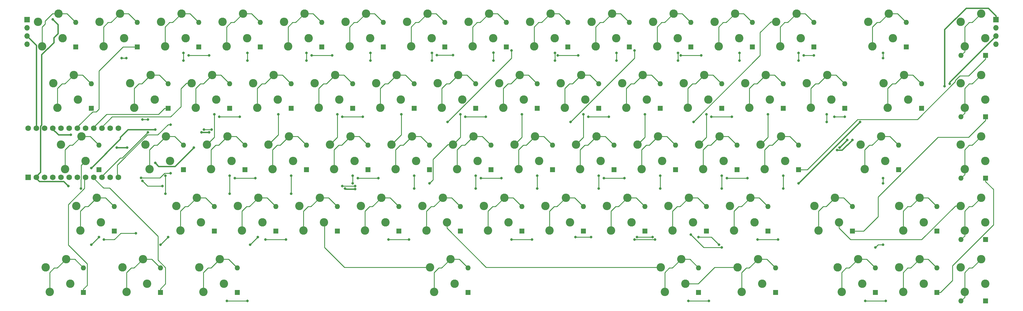
<source format=gbr>
G04 #@! TF.GenerationSoftware,KiCad,Pcbnew,(5.1.4)-1*
G04 #@! TF.CreationDate,2021-01-04T02:31:07-06:00*
G04 #@! TF.ProjectId,65Numpad,36354e75-6d70-4616-942e-6b696361645f,rev?*
G04 #@! TF.SameCoordinates,Original*
G04 #@! TF.FileFunction,Copper,L2,Bot*
G04 #@! TF.FilePolarity,Positive*
%FSLAX46Y46*%
G04 Gerber Fmt 4.6, Leading zero omitted, Abs format (unit mm)*
G04 Created by KiCad (PCBNEW (5.1.4)-1) date 2021-01-04 02:31:07*
%MOMM*%
%LPD*%
G04 APERTURE LIST*
%ADD10C,2.600000*%
%ADD11R,1.700000X1.700000*%
%ADD12O,1.700000X1.700000*%
%ADD13R,1.600000X1.600000*%
%ADD14O,1.600000X1.600000*%
%ADD15C,1.752600*%
%ADD16R,1.752600X1.752600*%
%ADD17C,0.800000*%
%ADD18C,0.254000*%
%ADD19C,0.381000*%
G04 APERTURE END LIST*
D10*
X54133750Y-94297500D03*
X60483750Y-91757500D03*
X61753750Y-99377500D03*
X55403750Y-101917500D03*
D11*
X-1587500Y-55562500D03*
D12*
X-1587500Y-58102500D03*
X-1587500Y-60642500D03*
X-1587500Y-63182500D03*
D10*
X20796250Y-56197500D03*
X27146250Y-53657500D03*
X28416250Y-61277500D03*
X22066250Y-63817500D03*
X225583750Y-94297500D03*
X231933750Y-91757500D03*
X233203750Y-99377500D03*
X226853750Y-101917500D03*
X120808750Y-113347500D03*
X127158750Y-110807500D03*
X128428750Y-118427500D03*
X122078750Y-120967500D03*
X216058750Y-113347500D03*
X222408750Y-110807500D03*
X223678750Y-118427500D03*
X217328750Y-120967500D03*
X187483750Y-94297500D03*
X193833750Y-91757500D03*
X195103750Y-99377500D03*
X188753750Y-101917500D03*
X111283750Y-94297500D03*
X117633750Y-91757500D03*
X118903750Y-99377500D03*
X112553750Y-101917500D03*
X4127500Y-132397500D03*
X10477500Y-129857500D03*
X5397500Y-140017500D03*
X11747500Y-137477500D03*
X20002500Y-110807500D03*
X13652500Y-113347500D03*
X14922500Y-120967500D03*
X21272500Y-118427500D03*
X82708750Y-113347500D03*
X89058750Y-110807500D03*
X90328750Y-118427500D03*
X83978750Y-120967500D03*
X242252500Y-113347500D03*
X248602500Y-110807500D03*
X243522500Y-120967500D03*
X249872500Y-118427500D03*
X139858750Y-113347500D03*
X146208750Y-110807500D03*
X147478750Y-118427500D03*
X141128750Y-120967500D03*
X239871250Y-75247500D03*
X246221250Y-72707500D03*
X247491250Y-80327500D03*
X241141250Y-82867500D03*
X49371250Y-75247500D03*
X55721250Y-72707500D03*
X56991250Y-80327500D03*
X50641250Y-82867500D03*
X6508750Y-75247500D03*
X12858750Y-72707500D03*
X7778750Y-82867500D03*
X14128750Y-80327500D03*
X154146250Y-56197500D03*
X160496250Y-53657500D03*
X161766250Y-61277500D03*
X155416250Y-63817500D03*
X192246250Y-56197500D03*
X198596250Y-53657500D03*
X199866250Y-61277500D03*
X193516250Y-63817500D03*
X44608750Y-113347500D03*
X50958750Y-110807500D03*
X52228750Y-118427500D03*
X45878750Y-120967500D03*
X125571250Y-75247500D03*
X131921250Y-72707500D03*
X133191250Y-80327500D03*
X126841250Y-82867500D03*
X63658750Y-113347500D03*
X70008750Y-110807500D03*
X71278750Y-118427500D03*
X64928750Y-120967500D03*
X27940000Y-132397500D03*
X34290000Y-129857500D03*
X29210000Y-140017500D03*
X35560000Y-137477500D03*
X101758750Y-113347500D03*
X108108750Y-110807500D03*
X109378750Y-118427500D03*
X103028750Y-120967500D03*
X268446250Y-113347500D03*
X274796250Y-110807500D03*
X276066250Y-118427500D03*
X269716250Y-120967500D03*
X144621250Y-75247500D03*
X150971250Y-72707500D03*
X152241250Y-80327500D03*
X145891250Y-82867500D03*
X39846250Y-56197500D03*
X46196250Y-53657500D03*
X47466250Y-61277500D03*
X41116250Y-63817500D03*
X58896250Y-56197500D03*
X65246250Y-53657500D03*
X66516250Y-61277500D03*
X60166250Y-63817500D03*
X106521250Y-75247500D03*
X112871250Y-72707500D03*
X114141250Y-80327500D03*
X107791250Y-82867500D03*
X123190000Y-132397500D03*
X129540000Y-129857500D03*
X124460000Y-140017500D03*
X130810000Y-137477500D03*
X116046250Y-56197500D03*
X122396250Y-53657500D03*
X123666250Y-61277500D03*
X117316250Y-63817500D03*
X135096250Y-56197500D03*
X141446250Y-53657500D03*
X142716250Y-61277500D03*
X136366250Y-63817500D03*
X206533750Y-94297500D03*
X212883750Y-91757500D03*
X214153750Y-99377500D03*
X207803750Y-101917500D03*
X287496250Y-132397500D03*
X293846250Y-129857500D03*
X295116250Y-137477500D03*
X288766250Y-140017500D03*
X87471250Y-75247500D03*
X93821250Y-72707500D03*
X95091250Y-80327500D03*
X88741250Y-82867500D03*
X30321250Y-75247500D03*
X36671250Y-72707500D03*
X37941250Y-80327500D03*
X31591250Y-82867500D03*
X287496250Y-94297500D03*
X293846250Y-91757500D03*
X295116250Y-99377500D03*
X288766250Y-101917500D03*
X287496250Y-113347500D03*
X293846250Y-110807500D03*
X295116250Y-118427500D03*
X288766250Y-120967500D03*
X197008750Y-113347500D03*
X203358750Y-110807500D03*
X204628750Y-118427500D03*
X198278750Y-120967500D03*
X201771250Y-75247500D03*
X208121250Y-72707500D03*
X209391250Y-80327500D03*
X203041250Y-82867500D03*
X182721250Y-75247500D03*
X189071250Y-72707500D03*
X190341250Y-80327500D03*
X183991250Y-82867500D03*
X173196250Y-56197500D03*
X179546250Y-53657500D03*
X180816250Y-61277500D03*
X174466250Y-63817500D03*
X211296250Y-56197500D03*
X217646250Y-53657500D03*
X218916250Y-61277500D03*
X212566250Y-63817500D03*
X158908750Y-113347500D03*
X165258750Y-110807500D03*
X166528750Y-118427500D03*
X160178750Y-120967500D03*
X249396250Y-132397500D03*
X255746250Y-129857500D03*
X257016250Y-137477500D03*
X250666250Y-140017500D03*
X220821250Y-75247500D03*
X227171250Y-72707500D03*
X228441250Y-80327500D03*
X222091250Y-82867500D03*
X168433750Y-94297500D03*
X174783750Y-91757500D03*
X176053750Y-99377500D03*
X169703750Y-101917500D03*
X149383750Y-94297500D03*
X155733750Y-91757500D03*
X157003750Y-99377500D03*
X150653750Y-101917500D03*
X163671250Y-75247500D03*
X170021250Y-72707500D03*
X171291250Y-80327500D03*
X164941250Y-82867500D03*
X287496250Y-75247500D03*
X293846250Y-72707500D03*
X295116250Y-80327500D03*
X288766250Y-82867500D03*
X130333750Y-94297500D03*
X136683750Y-91757500D03*
X137953750Y-99377500D03*
X131603750Y-101917500D03*
X77946250Y-56197500D03*
X84296250Y-53657500D03*
X85566250Y-61277500D03*
X79216250Y-63817500D03*
X218440000Y-132397500D03*
X224790000Y-129857500D03*
X219710000Y-140017500D03*
X226060000Y-137477500D03*
X96996250Y-56197500D03*
X103346250Y-53657500D03*
X104616250Y-61277500D03*
X98266250Y-63817500D03*
X92233750Y-94297500D03*
X98583750Y-91757500D03*
X99853750Y-99377500D03*
X93503750Y-101917500D03*
X1746250Y-56197500D03*
X8096250Y-53657500D03*
X9366250Y-61277500D03*
X3016250Y-63817500D03*
X230346250Y-56197500D03*
X236696250Y-53657500D03*
X237966250Y-61277500D03*
X231616250Y-63817500D03*
X262890000Y-91757500D03*
X256540000Y-94297500D03*
X257810000Y-101917500D03*
X264160000Y-99377500D03*
X68421250Y-75247500D03*
X74771250Y-72707500D03*
X76041250Y-80327500D03*
X69691250Y-82867500D03*
X268446250Y-132397500D03*
X274796250Y-129857500D03*
X276066250Y-137477500D03*
X269716250Y-140017500D03*
X287496250Y-56197500D03*
X293846250Y-53657500D03*
X295116250Y-61277500D03*
X288766250Y-63817500D03*
X73183750Y-94297500D03*
X79533750Y-91757500D03*
X80803750Y-99377500D03*
X74453750Y-101917500D03*
X177958750Y-113347500D03*
X184308750Y-110807500D03*
X185578750Y-118427500D03*
X179228750Y-120967500D03*
X8890000Y-94297500D03*
X15240000Y-91757500D03*
X10160000Y-101917500D03*
X16510000Y-99377500D03*
X258921250Y-56197500D03*
X265271250Y-53657500D03*
X260191250Y-63817500D03*
X266541250Y-61277500D03*
X263683750Y-75247500D03*
X270033750Y-72707500D03*
X264953750Y-82867500D03*
X271303750Y-80327500D03*
X194627500Y-132397500D03*
X200977500Y-129857500D03*
X195897500Y-140017500D03*
X202247500Y-137477500D03*
X51752500Y-132397500D03*
X58102500Y-129857500D03*
X53022500Y-140017500D03*
X59372500Y-137477500D03*
X35083750Y-94297500D03*
X41433750Y-91757500D03*
X42703750Y-99377500D03*
X36353750Y-101917500D03*
D13*
X295275000Y-123825000D03*
D14*
X287655000Y-123825000D03*
D13*
X295275000Y-104775000D03*
D14*
X287655000Y-104775000D03*
D13*
X295275000Y-142875000D03*
D14*
X287655000Y-142875000D03*
D13*
X280193750Y-140176250D03*
D14*
X280193750Y-132556250D03*
D13*
X261143750Y-140176250D03*
D14*
X261143750Y-132556250D03*
D13*
X230187500Y-140176250D03*
D14*
X230187500Y-132556250D03*
D13*
X206375000Y-140176250D03*
D14*
X206375000Y-132556250D03*
D13*
X134937500Y-140176250D03*
D14*
X134937500Y-132556250D03*
D13*
X63500000Y-140176250D03*
D14*
X63500000Y-132556250D03*
D13*
X39687500Y-140176250D03*
D14*
X39687500Y-132556250D03*
D13*
X15875000Y-140176250D03*
D14*
X15875000Y-132556250D03*
D13*
X295275000Y-85725000D03*
D14*
X287655000Y-85725000D03*
D13*
X280193750Y-121126250D03*
D14*
X280193750Y-113506250D03*
D13*
X254000000Y-121126250D03*
D14*
X254000000Y-113506250D03*
D13*
X227806250Y-121126250D03*
D14*
X227806250Y-113506250D03*
D13*
X208756250Y-121126250D03*
D14*
X208756250Y-113506250D03*
D13*
X189706250Y-121126250D03*
D14*
X189706250Y-113506250D03*
D13*
X170656250Y-121126250D03*
D14*
X170656250Y-113506250D03*
D13*
X151606250Y-121126250D03*
D14*
X151606250Y-113506250D03*
D13*
X132556250Y-121126250D03*
D14*
X132556250Y-113506250D03*
D13*
X113506250Y-121126250D03*
D14*
X113506250Y-113506250D03*
D13*
X94456250Y-121126250D03*
D14*
X94456250Y-113506250D03*
D13*
X75406250Y-121126250D03*
D14*
X75406250Y-113506250D03*
D13*
X56356250Y-121126250D03*
D14*
X56356250Y-113506250D03*
D13*
X25400000Y-121126250D03*
D14*
X25400000Y-113506250D03*
D13*
X295275000Y-66675000D03*
D14*
X287655000Y-66675000D03*
D13*
X268287500Y-102076250D03*
D14*
X268287500Y-94456250D03*
D13*
X237331250Y-102076250D03*
D14*
X237331250Y-94456250D03*
D13*
X218281250Y-102076250D03*
D14*
X218281250Y-94456250D03*
D13*
X199231250Y-102076250D03*
D14*
X199231250Y-94456250D03*
D13*
X180181250Y-102076250D03*
D14*
X180181250Y-94456250D03*
D13*
X161131250Y-102076250D03*
D14*
X161131250Y-94456250D03*
D13*
X142081250Y-102076250D03*
D14*
X142081250Y-94456250D03*
D13*
X123031250Y-102076250D03*
D14*
X123031250Y-94456250D03*
D13*
X103981250Y-102076250D03*
D14*
X103981250Y-94456250D03*
D13*
X84931250Y-102076250D03*
D14*
X84931250Y-94456250D03*
D13*
X65881250Y-102076250D03*
D14*
X65881250Y-94456250D03*
D13*
X46831250Y-102076250D03*
D14*
X46831250Y-94456250D03*
D13*
X20637500Y-102076250D03*
D14*
X20637500Y-94456250D03*
D13*
X275431250Y-83026250D03*
D14*
X275431250Y-75406250D03*
D13*
X251618750Y-83026250D03*
D14*
X251618750Y-75406250D03*
D13*
X232568750Y-83026250D03*
D14*
X232568750Y-75406250D03*
D13*
X213518750Y-83026250D03*
D14*
X213518750Y-75406250D03*
D13*
X194468750Y-83026250D03*
D14*
X194468750Y-75406250D03*
D13*
X175418750Y-83026250D03*
D14*
X175418750Y-75406250D03*
D13*
X156368750Y-83026250D03*
D14*
X156368750Y-75406250D03*
D13*
X137318750Y-83026250D03*
D14*
X137318750Y-75406250D03*
D13*
X118268750Y-83026250D03*
D14*
X118268750Y-75406250D03*
D13*
X99218750Y-83026250D03*
D14*
X99218750Y-75406250D03*
D13*
X80168750Y-83026250D03*
D14*
X80168750Y-75406250D03*
D13*
X61118750Y-83026250D03*
D14*
X61118750Y-75406250D03*
D13*
X42068750Y-83026250D03*
D14*
X42068750Y-75406250D03*
D13*
X18256250Y-83026250D03*
D14*
X18256250Y-75406250D03*
D13*
X270668750Y-63976250D03*
D14*
X270668750Y-56356250D03*
D13*
X242093750Y-63976250D03*
D14*
X242093750Y-56356250D03*
D13*
X223043750Y-63976250D03*
D14*
X223043750Y-56356250D03*
D13*
X203993750Y-63976250D03*
D14*
X203993750Y-56356250D03*
D13*
X184943750Y-63976250D03*
D14*
X184943750Y-56356250D03*
D13*
X165893750Y-63976250D03*
D14*
X165893750Y-56356250D03*
D13*
X146843750Y-63976250D03*
D14*
X146843750Y-56356250D03*
D13*
X127793750Y-63976250D03*
D14*
X127793750Y-56356250D03*
D13*
X108743750Y-63976250D03*
D14*
X108743750Y-56356250D03*
D13*
X89693750Y-63976250D03*
D14*
X89693750Y-56356250D03*
D13*
X70643750Y-63976250D03*
D14*
X70643750Y-56356250D03*
D13*
X51593750Y-63976250D03*
D14*
X51593750Y-56356250D03*
D13*
X32543750Y-63976250D03*
D14*
X32543750Y-56356250D03*
D13*
X13493750Y-63976250D03*
D14*
X13493750Y-56356250D03*
D15*
X-1270000Y-89217500D03*
X26670000Y-104457500D03*
X1270000Y-89217500D03*
X3810000Y-89217500D03*
X6350000Y-89217500D03*
X8890000Y-89217500D03*
X11430000Y-89217500D03*
X13970000Y-89217500D03*
X16510000Y-89217500D03*
X19050000Y-89217500D03*
X21590000Y-89217500D03*
X24130000Y-89217500D03*
X26670000Y-89217500D03*
X24130000Y-104457500D03*
X21590000Y-104457500D03*
X19050000Y-104457500D03*
X16510000Y-104457500D03*
X13970000Y-104457500D03*
X11430000Y-104457500D03*
X8890000Y-104457500D03*
X6350000Y-104457500D03*
X3810000Y-104457500D03*
X1270000Y-104457500D03*
D16*
X-1270000Y-104457500D03*
D11*
X298450000Y-55562500D03*
D12*
X298450000Y-58102500D03*
X298450000Y-60642500D03*
X298450000Y-63182500D03*
D17*
X41275000Y-103981250D03*
X20637500Y-123031250D03*
X18256250Y-125412500D03*
X42068750Y-123031250D03*
X39687500Y-125412500D03*
X41275000Y-109537500D03*
X15081250Y-107950000D03*
X46831250Y-68262500D03*
X46831250Y-65881250D03*
X76200000Y-84931250D03*
X66675000Y-65881250D03*
X66675000Y-68262500D03*
X56356250Y-84931250D03*
X61118750Y-103981250D03*
X80168750Y-103981250D03*
X69850000Y-123031250D03*
X67468750Y-125412500D03*
X80168750Y-109537500D03*
X61118750Y-109537500D03*
X94456250Y-84931250D03*
X84931250Y-65881250D03*
X84931250Y-68262500D03*
X104775000Y-65881250D03*
X104775000Y-68262500D03*
X114300000Y-84931250D03*
X99218750Y-106362500D03*
X99218750Y-103981250D03*
X118268750Y-103981250D03*
X118268750Y-107950000D03*
X200025000Y-65881250D03*
X200025000Y-68262500D03*
X219075000Y-68262500D03*
X219075000Y-65881250D03*
X208756250Y-84931250D03*
X227806250Y-84931250D03*
X213518750Y-103981250D03*
X232568750Y-103981250D03*
X186531250Y-65087500D03*
X166687500Y-87312500D03*
X42862500Y-103187500D03*
X33725728Y-104654663D03*
X232568750Y-107950000D03*
X213518750Y-107950000D03*
X237331250Y-68262500D03*
X237331250Y-65881250D03*
X263525000Y-65881250D03*
X263525000Y-67468750D03*
X246062500Y-87312500D03*
X246062500Y-84931250D03*
X263525000Y-106362500D03*
X263525000Y-104775000D03*
X42862500Y-88106250D03*
X204787500Y-87312500D03*
X55562500Y-89693750D03*
X53181250Y-89693750D03*
X161925000Y-65881250D03*
X161925000Y-68262500D03*
X180975000Y-65881250D03*
X180975000Y-68262500D03*
X170656250Y-84931250D03*
X189706250Y-84931250D03*
X175418750Y-103981250D03*
X194468750Y-103981250D03*
X263525000Y-125412500D03*
X261143750Y-126206250D03*
X213518750Y-126206250D03*
X203993750Y-122237500D03*
X148431250Y-65087500D03*
X128587500Y-87312500D03*
X35810750Y-90487500D03*
X194468750Y-107950000D03*
X175418750Y-107950000D03*
X123825000Y-65881250D03*
X123825000Y-68262500D03*
X142875000Y-65802183D03*
X142875000Y-68262500D03*
X132556250Y-84931250D03*
X151606250Y-84931250D03*
X137318750Y-103981250D03*
X156368750Y-103981250D03*
X34131250Y-105568750D03*
X40274997Y-107156250D03*
X123031250Y-106362500D03*
X100012500Y-107156250D03*
X96043750Y-107156250D03*
X212725000Y-125412500D03*
X206375000Y-123031250D03*
X192087500Y-123031250D03*
X187325000Y-123031250D03*
X173037500Y-123031250D03*
X168275000Y-123031250D03*
X156368750Y-107950000D03*
X137318750Y-107950000D03*
X256381250Y-87312500D03*
X237331250Y-106362500D03*
X100012500Y-108156253D03*
X96837500Y-107950000D03*
X11204500Y-107156250D03*
X6350000Y-55470500D03*
X282575000Y-76200000D03*
X252412500Y-92868750D03*
X250031250Y-95250000D03*
X54768750Y-90487500D03*
X52387500Y-90487500D03*
X38100000Y-89693750D03*
X18256250Y-101600000D03*
X284162500Y-75406250D03*
X254000000Y-92868750D03*
X249237500Y-96043750D03*
X50006250Y-95250000D03*
X38100000Y-100012500D03*
X29368750Y-95250000D03*
X26193750Y-95250000D03*
X11906250Y-91281250D03*
X60325000Y-142875000D03*
X66675000Y-142875000D03*
X203200000Y-142875000D03*
X209550000Y-142875000D03*
X257968750Y-142875000D03*
X264318750Y-142875000D03*
X22225000Y-123825000D03*
X72231250Y-123825000D03*
X78581250Y-123825000D03*
X110331250Y-123825000D03*
X116681250Y-123825000D03*
X148431250Y-123825000D03*
X154781250Y-123825000D03*
X186531250Y-123825000D03*
X192881250Y-123825000D03*
X224631250Y-123825000D03*
X230981250Y-123825000D03*
X32127849Y-121821599D03*
X62706250Y-104775000D03*
X69056250Y-104775000D03*
X100806250Y-104775000D03*
X107156250Y-104775000D03*
X138906250Y-104775000D03*
X145256250Y-104775000D03*
X177006250Y-104775000D03*
X183356250Y-104775000D03*
X215106250Y-104775000D03*
X221456250Y-104775000D03*
X57943750Y-85725000D03*
X64293750Y-85725000D03*
X96043750Y-85725000D03*
X102393750Y-85725000D03*
X134143750Y-85725000D03*
X140493750Y-85725000D03*
X172243750Y-85725000D03*
X178593750Y-85725000D03*
X210343750Y-85725000D03*
X216693750Y-85725000D03*
X248443750Y-85725000D03*
X251618750Y-85725000D03*
X35810750Y-86518750D03*
X34131250Y-86518750D03*
X48418750Y-66675000D03*
X54768750Y-66675000D03*
X125295308Y-66557808D03*
X130320817Y-66529183D03*
X86518750Y-66675000D03*
X92868750Y-66675000D03*
X162718750Y-66675000D03*
X169068750Y-66675000D03*
X200818750Y-66675000D03*
X207168750Y-66675000D03*
X238918750Y-66675000D03*
X242093750Y-66675000D03*
X27689250Y-67468750D03*
X29143250Y-67468750D03*
D18*
X44132500Y-91757500D02*
X46831250Y-94456250D01*
X41433750Y-91757500D02*
X44132500Y-91757500D01*
X36353750Y-100079023D02*
X36353750Y-101917500D01*
X36353750Y-95933538D02*
X36353750Y-100079023D01*
X37776789Y-94510499D02*
X36353750Y-95933538D01*
X38680751Y-94510499D02*
X37776789Y-94510499D01*
X41433750Y-91757500D02*
X38680751Y-94510499D01*
X41275000Y-106362500D02*
X41275000Y-103981250D01*
X20637500Y-123031250D02*
X18256250Y-125412500D01*
X42068750Y-123031250D02*
X39687500Y-125412500D01*
X41275000Y-106362500D02*
X41275000Y-107156250D01*
X41275000Y-107156250D02*
X41275000Y-107950000D01*
X41275000Y-107950000D02*
X41275000Y-109537500D01*
X15210001Y-100677499D02*
X16510000Y-99377500D01*
X15173301Y-100714199D02*
X15210001Y-100677499D01*
X15173301Y-105035085D02*
X15173301Y-100714199D01*
X15081250Y-105127136D02*
X15173301Y-105035085D01*
X15081250Y-107950000D02*
X15081250Y-105127136D01*
X60801250Y-129857500D02*
X63500000Y-132556250D01*
X58102500Y-129857500D02*
X60801250Y-129857500D01*
X53022500Y-138179023D02*
X53022500Y-140017500D01*
X53022500Y-134042566D02*
X53022500Y-138179023D01*
X54448467Y-132616599D02*
X53022500Y-134042566D01*
X55343401Y-132616599D02*
X54448467Y-132616599D01*
X58102500Y-129857500D02*
X55343401Y-132616599D01*
X46831250Y-68262500D02*
X46831250Y-65881250D01*
X66675000Y-65881250D02*
X66675000Y-68262500D01*
X61118750Y-106362500D02*
X61118750Y-103981250D01*
X80168750Y-106362500D02*
X80168750Y-103981250D01*
X47780260Y-75247500D02*
X49371250Y-75247500D01*
X25400000Y-85725000D02*
X42862500Y-85725000D01*
X42862500Y-85725000D02*
X46037500Y-82550000D01*
X46037500Y-82550000D02*
X46037500Y-76990260D01*
X46037500Y-76990260D02*
X47780260Y-75247500D01*
X69850000Y-123031250D02*
X67468750Y-125412500D01*
X80168750Y-107156250D02*
X80168750Y-106362500D01*
X61118750Y-106362500D02*
X61118750Y-107156250D01*
X80168750Y-107156250D02*
X80168750Y-107950000D01*
X61118750Y-107156250D02*
X61118750Y-107950000D01*
X80168750Y-107950000D02*
X80168750Y-109537500D01*
X61118750Y-107950000D02*
X61118750Y-109537500D01*
X24765000Y-85725000D02*
X21272500Y-89217500D01*
X25400000Y-85725000D02*
X24765000Y-85725000D01*
X90487500Y-118586250D02*
X90328750Y-118427500D01*
X90487500Y-126206250D02*
X90487500Y-118586250D01*
X123190000Y-132397500D02*
X96678750Y-132397500D01*
X96678750Y-132397500D02*
X90487500Y-126206250D01*
X76200000Y-91281250D02*
X73183750Y-94297500D01*
X76200000Y-84931250D02*
X76200000Y-91281250D01*
X56356250Y-92075000D02*
X54133750Y-94297500D01*
X56356250Y-84931250D02*
X56356250Y-92075000D01*
X203676250Y-129857500D02*
X206375000Y-132556250D01*
X200977500Y-129857500D02*
X203676250Y-129857500D01*
X195897500Y-138179023D02*
X195897500Y-140017500D01*
X195897500Y-134042566D02*
X195897500Y-138179023D01*
X197323467Y-132616599D02*
X195897500Y-134042566D01*
X198218401Y-132616599D02*
X197323467Y-132616599D01*
X200977500Y-129857500D02*
X198218401Y-132616599D01*
X84931250Y-65881250D02*
X84931250Y-68262500D01*
X104775000Y-65881250D02*
X104775000Y-68262500D01*
X114300000Y-87312500D02*
X114300000Y-84931250D01*
X99218750Y-106362500D02*
X99218750Y-103981250D01*
X118268750Y-106362500D02*
X118268750Y-103981250D01*
X118268750Y-106362500D02*
X118268750Y-107156250D01*
X114300000Y-88106250D02*
X114300000Y-87312500D01*
X114300000Y-88106250D02*
X114300000Y-88900000D01*
X118268750Y-107156250D02*
X118268750Y-107950000D01*
X114300000Y-88900000D02*
X114300000Y-91281250D01*
X202247500Y-137477500D02*
X206216250Y-137477500D01*
X211296250Y-132397500D02*
X218440000Y-132397500D01*
X206216250Y-137477500D02*
X211296250Y-132397500D01*
X194627500Y-132397500D02*
X148590000Y-132397500D01*
X140560273Y-132397500D02*
X148590000Y-132397500D01*
X128428750Y-120265977D02*
X140560273Y-132397500D01*
X128428750Y-118427500D02*
X128428750Y-120265977D01*
X114300000Y-91281250D02*
X111283750Y-94297500D01*
X94456250Y-92075000D02*
X92233750Y-94297500D01*
X94456250Y-84931250D02*
X94456250Y-92075000D01*
X234632500Y-91757500D02*
X237331250Y-94456250D01*
X231933750Y-91757500D02*
X234632500Y-91757500D01*
X226853750Y-100079023D02*
X226853750Y-101917500D01*
X226853750Y-95933538D02*
X226853750Y-100079023D01*
X228276789Y-94510499D02*
X226853750Y-95933538D01*
X229180751Y-94510499D02*
X228276789Y-94510499D01*
X231933750Y-91757500D02*
X229180751Y-94510499D01*
X200025000Y-65881250D02*
X200025000Y-68262500D01*
X219075000Y-68262500D02*
X219075000Y-65881250D01*
X227806250Y-87312500D02*
X227806250Y-84931250D01*
X213518750Y-106362500D02*
X213518750Y-103981250D01*
X232568750Y-106362500D02*
X232568750Y-103981250D01*
X285905260Y-113347500D02*
X275427760Y-123825000D01*
X287496250Y-113347500D02*
X285905260Y-113347500D01*
X249872500Y-120265977D02*
X249872500Y-118427500D01*
X253431523Y-123825000D02*
X249872500Y-120265977D01*
X275427760Y-123825000D02*
X253431523Y-123825000D01*
X186531250Y-65087500D02*
X186531250Y-67468750D01*
X186531250Y-67468750D02*
X166687500Y-87312500D01*
X39525625Y-104654663D02*
X33725728Y-104654663D01*
X42862500Y-103187500D02*
X40992788Y-103187500D01*
X40992788Y-103187500D02*
X39525625Y-104654663D01*
X232568750Y-106362500D02*
X232568750Y-107156250D01*
X232568750Y-107156250D02*
X232568750Y-107950000D01*
X213518750Y-106362500D02*
X213518750Y-107950000D01*
X227806250Y-87312500D02*
X227806250Y-88900000D01*
X208756250Y-92075000D02*
X206533750Y-94297500D01*
X208756250Y-84931250D02*
X208756250Y-92075000D01*
X227806250Y-92075000D02*
X225583750Y-94297500D01*
X227806250Y-88900000D02*
X227806250Y-92075000D01*
X129857500Y-110807500D02*
X132556250Y-113506250D01*
X127158750Y-110807500D02*
X129857500Y-110807500D01*
X122078750Y-119129023D02*
X122078750Y-120967500D01*
X122078750Y-114983538D02*
X122078750Y-119129023D01*
X123501789Y-113560499D02*
X122078750Y-114983538D01*
X124405751Y-113560499D02*
X123501789Y-113560499D01*
X127158750Y-110807500D02*
X124405751Y-113560499D01*
X272732500Y-72707500D02*
X275431250Y-75406250D01*
X270033750Y-72707500D02*
X272732500Y-72707500D01*
X264953750Y-81029023D02*
X264953750Y-82867500D01*
X264953750Y-76892566D02*
X264953750Y-81029023D01*
X266379717Y-75466599D02*
X264953750Y-76892566D01*
X267274651Y-75466599D02*
X266379717Y-75466599D01*
X270033750Y-72707500D02*
X267274651Y-75466599D01*
X237331250Y-68262500D02*
X237331250Y-65881250D01*
X263525000Y-65881250D02*
X263525000Y-67468750D01*
X246062500Y-87312500D02*
X246062500Y-84931250D01*
X263525000Y-106362500D02*
X263525000Y-104775000D01*
X228755260Y-56197500D02*
X230346250Y-56197500D01*
X225425000Y-59527760D02*
X228755260Y-56197500D01*
X225425000Y-66675000D02*
X225425000Y-59527760D01*
X204787500Y-87312500D02*
X225425000Y-66675000D01*
X55562500Y-89693750D02*
X53181250Y-89693750D01*
X42862500Y-88106250D02*
X42068750Y-88106250D01*
X42068750Y-88106250D02*
X38871509Y-91303491D01*
X26352500Y-100647500D02*
X26352500Y-104457500D01*
X38871509Y-91303491D02*
X35669797Y-91303491D01*
X35669797Y-91303491D02*
X28025212Y-98948076D01*
X28025212Y-98948076D02*
X28025212Y-98974788D01*
X28025212Y-98974788D02*
X26352500Y-100647500D01*
X267970000Y-53657500D02*
X270668750Y-56356250D01*
X265271250Y-53657500D02*
X267970000Y-53657500D01*
X260191250Y-61979023D02*
X260191250Y-63817500D01*
X260191250Y-57842566D02*
X260191250Y-61979023D01*
X261617217Y-56416599D02*
X260191250Y-57842566D01*
X262512151Y-56416599D02*
X261617217Y-56416599D01*
X265271250Y-53657500D02*
X262512151Y-56416599D01*
X91757500Y-110807500D02*
X94456250Y-113506250D01*
X89058750Y-110807500D02*
X91757500Y-110807500D01*
X83978750Y-119129023D02*
X83978750Y-120967500D01*
X83978750Y-114983538D02*
X83978750Y-119129023D01*
X85401789Y-113560499D02*
X83978750Y-114983538D01*
X86305751Y-113560499D02*
X85401789Y-113560499D01*
X89058750Y-110807500D02*
X86305751Y-113560499D01*
X17938750Y-91757500D02*
X20637500Y-94456250D01*
X15240000Y-91757500D02*
X17938750Y-91757500D01*
X10160000Y-100079023D02*
X10160000Y-101917500D01*
X10160000Y-95942566D02*
X10160000Y-100079023D01*
X11585967Y-94516599D02*
X10160000Y-95942566D01*
X12480901Y-94516599D02*
X11585967Y-94516599D01*
X15240000Y-91757500D02*
X12480901Y-94516599D01*
X187007500Y-110807500D02*
X189706250Y-113506250D01*
X184308750Y-110807500D02*
X187007500Y-110807500D01*
X179228750Y-119129023D02*
X179228750Y-120967500D01*
X179228750Y-114983538D02*
X179228750Y-119129023D01*
X180651789Y-113560499D02*
X179228750Y-114983538D01*
X181555751Y-113560499D02*
X180651789Y-113560499D01*
X184308750Y-110807500D02*
X181555751Y-113560499D01*
X161925000Y-65881250D02*
X161925000Y-68262500D01*
X180975000Y-65881250D02*
X180975000Y-68262500D01*
X189706250Y-87312500D02*
X189706250Y-84931250D01*
X175418750Y-106362500D02*
X175418750Y-103981250D01*
X194468750Y-106362500D02*
X194468750Y-103981250D01*
X263525000Y-125412500D02*
X261937500Y-125412500D01*
X261937500Y-125412500D02*
X261143750Y-126206250D01*
X213518750Y-126206250D02*
X207962500Y-126206250D01*
X207962500Y-126206250D02*
X203993750Y-122237500D01*
X148431250Y-67495462D02*
X128614212Y-87312500D01*
X148431250Y-65087500D02*
X148431250Y-67495462D01*
X128614212Y-87312500D02*
X128587500Y-87312500D01*
X189706250Y-87312500D02*
X189706250Y-88106250D01*
X175418750Y-106362500D02*
X175418750Y-107156250D01*
X194468750Y-106362500D02*
X194468750Y-107950000D01*
X175418750Y-107156250D02*
X175418750Y-107950000D01*
X189706250Y-88106250D02*
X189706250Y-89693750D01*
X27827250Y-98471000D02*
X35810750Y-90487500D01*
X21272500Y-104457500D02*
X27259000Y-98471000D01*
X27259000Y-98471000D02*
X27827250Y-98471000D01*
X170656250Y-92075000D02*
X168433750Y-94297500D01*
X170656250Y-84931250D02*
X170656250Y-92075000D01*
X189706250Y-92075000D02*
X187483750Y-94297500D01*
X189706250Y-89693750D02*
X189706250Y-92075000D01*
X13176250Y-129857500D02*
X15875000Y-132556250D01*
X10477500Y-129857500D02*
X13176250Y-129857500D01*
X5397500Y-138179023D02*
X5397500Y-140017500D01*
X5397500Y-134042566D02*
X5397500Y-138179023D01*
X6823467Y-132616599D02*
X5397500Y-134042566D01*
X7718401Y-132616599D02*
X6823467Y-132616599D01*
X10477500Y-129857500D02*
X7718401Y-132616599D01*
X82232500Y-91757500D02*
X84931250Y-94456250D01*
X79533750Y-91757500D02*
X82232500Y-91757500D01*
X74453750Y-100079023D02*
X74453750Y-101917500D01*
X74453750Y-95933538D02*
X74453750Y-100079023D01*
X75876789Y-94510499D02*
X74453750Y-95933538D01*
X76780751Y-94510499D02*
X75876789Y-94510499D01*
X79533750Y-91757500D02*
X76780751Y-94510499D01*
X288766250Y-103663750D02*
X288766250Y-101917500D01*
X287655000Y-104775000D02*
X288766250Y-103663750D01*
X288766250Y-100079023D02*
X288766250Y-101917500D01*
X288766250Y-95933538D02*
X288766250Y-100079023D01*
X290189289Y-94510499D02*
X288766250Y-95933538D01*
X291093251Y-94510499D02*
X290189289Y-94510499D01*
X293846250Y-91757500D02*
X291093251Y-94510499D01*
X277495000Y-129857500D02*
X280193750Y-132556250D01*
X274796250Y-129857500D02*
X277495000Y-129857500D01*
X269716250Y-138179023D02*
X269716250Y-140017500D01*
X269716250Y-134033538D02*
X269716250Y-138179023D01*
X271139289Y-132610499D02*
X269716250Y-134033538D01*
X272043251Y-132610499D02*
X271139289Y-132610499D01*
X274796250Y-129857500D02*
X272043251Y-132610499D01*
X123825000Y-65881250D02*
X123825000Y-68262500D01*
X142875000Y-65802183D02*
X142875000Y-68262500D01*
X132556250Y-87312500D02*
X132556250Y-84931250D01*
X137318750Y-106362500D02*
X137318750Y-103981250D01*
X156368750Y-106362500D02*
X156368750Y-103981250D01*
X34131250Y-105568750D02*
X35718750Y-107156250D01*
X35718750Y-107156250D02*
X40274997Y-107156250D01*
X124158251Y-98882009D02*
X124158251Y-105235499D01*
X130333750Y-94297500D02*
X128742760Y-94297500D01*
X128742760Y-94297500D02*
X124158251Y-98882009D01*
X124158251Y-105235499D02*
X123031250Y-106362500D01*
X100012500Y-107156250D02*
X96043750Y-107156250D01*
X212725000Y-125412500D02*
X210343750Y-123031250D01*
X210343750Y-123031250D02*
X206375000Y-123031250D01*
X192087500Y-123031250D02*
X187325000Y-123031250D01*
X173037500Y-123031250D02*
X168275000Y-123031250D01*
X132556250Y-87312500D02*
X132556250Y-88106250D01*
X132556250Y-88106250D02*
X132556250Y-88900000D01*
X156368750Y-106362500D02*
X156368750Y-107156250D01*
X156368750Y-107156250D02*
X156368750Y-107950000D01*
X137318750Y-106362500D02*
X137318750Y-107950000D01*
X132556250Y-88900000D02*
X132556250Y-90487500D01*
X132556250Y-92075000D02*
X130333750Y-94297500D01*
X132556250Y-90487500D02*
X132556250Y-92075000D01*
X151606250Y-92075000D02*
X149383750Y-94297500D01*
X151606250Y-84931250D02*
X151606250Y-92075000D01*
X77470000Y-72707500D02*
X80168750Y-75406250D01*
X74771250Y-72707500D02*
X77470000Y-72707500D01*
X69691250Y-81029023D02*
X69691250Y-82867500D01*
X69691250Y-76883538D02*
X69691250Y-81029023D01*
X71114289Y-75460499D02*
X69691250Y-76883538D01*
X72018251Y-75460499D02*
X71114289Y-75460499D01*
X74771250Y-72707500D02*
X72018251Y-75460499D01*
X163195000Y-53657500D02*
X165893750Y-56356250D01*
X160496250Y-53657500D02*
X163195000Y-53657500D01*
X160178750Y-53975000D02*
X160496250Y-53657500D01*
X155416250Y-61979023D02*
X155416250Y-63817500D01*
X155416250Y-57833538D02*
X155416250Y-61979023D01*
X156839289Y-56410499D02*
X155416250Y-57833538D01*
X157743251Y-56410499D02*
X156839289Y-56410499D01*
X160496250Y-53657500D02*
X157743251Y-56410499D01*
X265588750Y-91757500D02*
X268287500Y-94456250D01*
X262890000Y-91757500D02*
X265588750Y-91757500D01*
X257810000Y-100079023D02*
X257810000Y-101917500D01*
X257810000Y-95942566D02*
X257810000Y-100079023D01*
X259235967Y-94516599D02*
X257810000Y-95942566D01*
X260130901Y-94516599D02*
X259235967Y-94516599D01*
X262890000Y-91757500D02*
X260130901Y-94516599D01*
X239395000Y-53657500D02*
X242093750Y-56356250D01*
X236696250Y-53657500D02*
X239395000Y-53657500D01*
X231616250Y-61979023D02*
X231616250Y-63817500D01*
X231616250Y-57833538D02*
X231616250Y-61979023D01*
X233039289Y-56410499D02*
X231616250Y-57833538D01*
X233943251Y-56410499D02*
X233039289Y-56410499D01*
X236696250Y-53657500D02*
X233943251Y-56410499D01*
X10795000Y-53657500D02*
X13493750Y-56356250D01*
X8096250Y-53657500D02*
X10795000Y-53657500D01*
X3016250Y-61979023D02*
X3016250Y-63817500D01*
X3016250Y-57833538D02*
X3016250Y-61979023D01*
X3968750Y-56881038D02*
X3016250Y-57833538D01*
X3968750Y-55946523D02*
X3968750Y-56881038D01*
X6257773Y-53657500D02*
X3968750Y-55946523D01*
X8096250Y-53657500D02*
X6257773Y-53657500D01*
X101282500Y-91757500D02*
X103981250Y-94456250D01*
X98583750Y-91757500D02*
X101282500Y-91757500D01*
X93503750Y-100079023D02*
X93503750Y-101917500D01*
X93503750Y-95933538D02*
X93503750Y-100079023D01*
X94926789Y-94510499D02*
X93503750Y-95933538D01*
X95830751Y-94510499D02*
X94926789Y-94510499D01*
X98583750Y-91757500D02*
X95830751Y-94510499D01*
X106045000Y-53657500D02*
X108743750Y-56356250D01*
X103346250Y-53657500D02*
X106045000Y-53657500D01*
X98266250Y-61979023D02*
X98266250Y-63817500D01*
X98266250Y-57833538D02*
X98266250Y-61979023D01*
X99689289Y-56410499D02*
X98266250Y-57833538D01*
X100593251Y-56410499D02*
X99689289Y-56410499D01*
X103346250Y-53657500D02*
X100593251Y-56410499D01*
X227488750Y-129857500D02*
X230187500Y-132556250D01*
X224790000Y-129857500D02*
X227488750Y-129857500D01*
X219710000Y-138179023D02*
X219710000Y-140017500D01*
X219710000Y-134042566D02*
X219710000Y-138179023D01*
X221135967Y-132616599D02*
X219710000Y-134042566D01*
X222030901Y-132616599D02*
X221135967Y-132616599D01*
X224790000Y-129857500D02*
X222030901Y-132616599D01*
X86995000Y-53657500D02*
X89693750Y-56356250D01*
X84296250Y-53657500D02*
X86995000Y-53657500D01*
X79216250Y-61979023D02*
X79216250Y-63817500D01*
X79216250Y-57833538D02*
X79216250Y-61979023D01*
X80639289Y-56410499D02*
X79216250Y-57833538D01*
X81543251Y-56410499D02*
X80639289Y-56410499D01*
X84296250Y-53657500D02*
X81543251Y-56410499D01*
X120332500Y-91757500D02*
X123031250Y-94456250D01*
X117633750Y-91757500D02*
X120332500Y-91757500D01*
X112553750Y-100079023D02*
X112553750Y-101917500D01*
X112553750Y-95933538D02*
X112553750Y-100079023D01*
X113976789Y-94510499D02*
X112553750Y-95933538D01*
X114880751Y-94510499D02*
X113976789Y-94510499D01*
X117633750Y-91757500D02*
X114880751Y-94510499D01*
X139382500Y-91757500D02*
X142081250Y-94456250D01*
X136683750Y-91757500D02*
X139382500Y-91757500D01*
X131603750Y-100079023D02*
X131603750Y-101917500D01*
X131603750Y-95933538D02*
X131603750Y-100079023D01*
X133026789Y-94510499D02*
X131603750Y-95933538D01*
X133930751Y-94510499D02*
X133026789Y-94510499D01*
X136683750Y-91757500D02*
X133930751Y-94510499D01*
X288766250Y-122713750D02*
X288766250Y-120967500D01*
X287655000Y-123825000D02*
X288766250Y-122713750D01*
X288766250Y-119129023D02*
X288766250Y-120967500D01*
X288766250Y-114983538D02*
X288766250Y-119129023D01*
X290189289Y-113560499D02*
X288766250Y-114983538D01*
X291093251Y-113560499D02*
X290189289Y-113560499D01*
X293846250Y-110807500D02*
X291093251Y-113560499D01*
X172720000Y-72707500D02*
X175418750Y-75406250D01*
X170021250Y-72707500D02*
X172720000Y-72707500D01*
X164941250Y-81029023D02*
X164941250Y-82867500D01*
X164941250Y-76883538D02*
X164941250Y-81029023D01*
X166364289Y-75460499D02*
X164941250Y-76883538D01*
X167268251Y-75460499D02*
X166364289Y-75460499D01*
X170021250Y-72707500D02*
X167268251Y-75460499D01*
X158432500Y-91757500D02*
X161131250Y-94456250D01*
X155733750Y-91757500D02*
X158432500Y-91757500D01*
X150653750Y-100079023D02*
X150653750Y-101917500D01*
X150653750Y-95933538D02*
X150653750Y-100079023D01*
X152076789Y-94510499D02*
X150653750Y-95933538D01*
X152980751Y-94510499D02*
X152076789Y-94510499D01*
X155733750Y-91757500D02*
X152980751Y-94510499D01*
X177482500Y-91757500D02*
X180181250Y-94456250D01*
X174783750Y-91757500D02*
X177482500Y-91757500D01*
X169703750Y-100079023D02*
X169703750Y-101917500D01*
X169703750Y-95933538D02*
X169703750Y-100079023D01*
X171126789Y-94510499D02*
X169703750Y-95933538D01*
X172030751Y-94510499D02*
X171126789Y-94510499D01*
X174783750Y-91757500D02*
X172030751Y-94510499D01*
X196532500Y-91757500D02*
X199231250Y-94456250D01*
X193833750Y-91757500D02*
X196532500Y-91757500D01*
X188753750Y-100079023D02*
X188753750Y-101917500D01*
X188753750Y-95933538D02*
X188753750Y-100079023D01*
X190176789Y-94510499D02*
X188753750Y-95933538D01*
X191080751Y-94510499D02*
X190176789Y-94510499D01*
X193833750Y-91757500D02*
X191080751Y-94510499D01*
X229870000Y-72707500D02*
X232568750Y-75406250D01*
X227171250Y-72707500D02*
X229870000Y-72707500D01*
X222091250Y-81029023D02*
X222091250Y-82867500D01*
X222091250Y-76883538D02*
X222091250Y-81029023D01*
X223514289Y-75460499D02*
X222091250Y-76883538D01*
X224418251Y-75460499D02*
X223514289Y-75460499D01*
X227171250Y-72707500D02*
X224418251Y-75460499D01*
X258445000Y-129857500D02*
X261143750Y-132556250D01*
X255746250Y-129857500D02*
X258445000Y-129857500D01*
X250666250Y-138179023D02*
X250666250Y-140017500D01*
X250666250Y-134033538D02*
X250666250Y-138179023D01*
X252089289Y-132610499D02*
X250666250Y-134033538D01*
X252993251Y-132610499D02*
X252089289Y-132610499D01*
X255746250Y-129857500D02*
X252993251Y-132610499D01*
X167957500Y-110807500D02*
X170656250Y-113506250D01*
X165258750Y-110807500D02*
X167957500Y-110807500D01*
X160178750Y-119129023D02*
X160178750Y-120967500D01*
X160178750Y-114983538D02*
X160178750Y-119129023D01*
X161601789Y-113560499D02*
X160178750Y-114983538D01*
X162505751Y-113560499D02*
X161601789Y-113560499D01*
X165258750Y-110807500D02*
X162505751Y-113560499D01*
X220345000Y-53657500D02*
X223043750Y-56356250D01*
X217646250Y-53657500D02*
X220345000Y-53657500D01*
X212566250Y-61979023D02*
X212566250Y-63817500D01*
X212566250Y-57833538D02*
X212566250Y-61979023D01*
X213989289Y-56410499D02*
X212566250Y-57833538D01*
X214893251Y-56410499D02*
X213989289Y-56410499D01*
X217646250Y-53657500D02*
X214893251Y-56410499D01*
X148907500Y-110807500D02*
X151606250Y-113506250D01*
X146208750Y-110807500D02*
X148907500Y-110807500D01*
X141128750Y-119129023D02*
X141128750Y-120967500D01*
X141128750Y-114983538D02*
X141128750Y-119129023D01*
X142551789Y-113560499D02*
X141128750Y-114983538D01*
X143455751Y-113560499D02*
X142551789Y-113560499D01*
X146208750Y-110807500D02*
X143455751Y-113560499D01*
X182245000Y-53657500D02*
X184943750Y-56356250D01*
X179546250Y-53657500D02*
X182245000Y-53657500D01*
X174466250Y-61979023D02*
X174466250Y-63817500D01*
X174466250Y-57833538D02*
X174466250Y-61979023D01*
X175889289Y-56410499D02*
X174466250Y-57833538D01*
X176793251Y-56410499D02*
X175889289Y-56410499D01*
X179546250Y-53657500D02*
X176793251Y-56410499D01*
X191770000Y-72707500D02*
X194468750Y-75406250D01*
X189071250Y-72707500D02*
X191770000Y-72707500D01*
X183991250Y-81029023D02*
X183991250Y-82867500D01*
X183991250Y-76883538D02*
X183991250Y-81029023D01*
X185414289Y-75460499D02*
X183991250Y-76883538D01*
X186318251Y-75460499D02*
X185414289Y-75460499D01*
X189071250Y-72707500D02*
X186318251Y-75460499D01*
X29845000Y-53657500D02*
X32543750Y-56356250D01*
X27146250Y-53657500D02*
X29845000Y-53657500D01*
X22066250Y-61979023D02*
X22066250Y-63817500D01*
X22066250Y-57833538D02*
X22066250Y-61979023D01*
X23489289Y-56410499D02*
X22066250Y-57833538D01*
X24393251Y-56410499D02*
X23489289Y-56410499D01*
X27146250Y-53657500D02*
X24393251Y-56410499D01*
X210820000Y-72707500D02*
X213518750Y-75406250D01*
X208121250Y-72707500D02*
X210820000Y-72707500D01*
X203041250Y-81029023D02*
X203041250Y-82867500D01*
X203041250Y-76883538D02*
X203041250Y-81029023D01*
X204464289Y-75460499D02*
X203041250Y-76883538D01*
X205368251Y-75460499D02*
X204464289Y-75460499D01*
X208121250Y-72707500D02*
X205368251Y-75460499D01*
X206057500Y-110807500D02*
X208756250Y-113506250D01*
X203358750Y-110807500D02*
X206057500Y-110807500D01*
X198278750Y-119129023D02*
X198278750Y-120967500D01*
X198278750Y-114983538D02*
X198278750Y-119129023D01*
X199701789Y-113560499D02*
X198278750Y-114983538D01*
X200605751Y-113560499D02*
X199701789Y-113560499D01*
X203358750Y-110807500D02*
X200605751Y-113560499D01*
X288766250Y-84613750D02*
X288766250Y-82867500D01*
X287655000Y-85725000D02*
X288766250Y-84613750D01*
X288766250Y-81029023D02*
X288766250Y-82867500D01*
X288766250Y-76883538D02*
X288766250Y-81029023D01*
X290189289Y-75460499D02*
X288766250Y-76883538D01*
X291093251Y-75460499D02*
X290189289Y-75460499D01*
X293846250Y-72707500D02*
X291093251Y-75460499D01*
X288766250Y-65563750D02*
X288766250Y-63817500D01*
X287655000Y-66675000D02*
X288766250Y-65563750D01*
X288766250Y-61979023D02*
X288766250Y-63817500D01*
X288766250Y-57833538D02*
X288766250Y-61979023D01*
X290189289Y-56410499D02*
X288766250Y-57833538D01*
X291093251Y-56410499D02*
X290189289Y-56410499D01*
X293846250Y-53657500D02*
X291093251Y-56410499D01*
D19*
X256381250Y-87312500D02*
X237331250Y-106362500D01*
X100012500Y-108156253D02*
X97043753Y-108156253D01*
X97043753Y-108156253D02*
X96837500Y-107950000D01*
X282575000Y-58875808D02*
X282575000Y-76200000D01*
X282575000Y-58616808D02*
X282575000Y-58875808D01*
X289224809Y-51966999D02*
X282575000Y-58616808D01*
X296085499Y-51966999D02*
X289224809Y-51966999D01*
X298450000Y-54331500D02*
X296085499Y-51966999D01*
X298450000Y-55562500D02*
X298450000Y-54331500D01*
X9772551Y-105724301D02*
X11204500Y-107156250D01*
X2219301Y-105724301D02*
X9772551Y-105724301D01*
X952500Y-104457500D02*
X2219301Y-105724301D01*
X2536801Y-102873199D02*
X952500Y-104457500D01*
X2917846Y-88234788D02*
X2536801Y-88615833D01*
X6350000Y-55470500D02*
X7946751Y-57067251D01*
X2536801Y-88615833D02*
X2536801Y-102873199D01*
X7946751Y-57067251D02*
X7946751Y-59884941D01*
X6703691Y-61128001D02*
X6703691Y-62632001D01*
X7946751Y-59884941D02*
X6703691Y-61128001D01*
X6703691Y-62632001D02*
X2917846Y-66417846D01*
X2917846Y-66417846D02*
X2917846Y-88234788D01*
X252412500Y-92868750D02*
X250031250Y-95250000D01*
X54768750Y-90487500D02*
X52387500Y-90487500D01*
X38100000Y-89693750D02*
X29656116Y-89693750D01*
X29656116Y-89693750D02*
X27274866Y-92075000D01*
X27274866Y-92075000D02*
X27274866Y-92581384D01*
X27274866Y-92581384D02*
X18256250Y-101600000D01*
X1270000Y-63500000D02*
X-1587500Y-60642500D01*
X1270000Y-89217500D02*
X1270000Y-63500000D01*
X298450000Y-60642500D02*
X284162500Y-74930000D01*
X284162500Y-74930000D02*
X284162500Y-75406250D01*
X254000000Y-92868750D02*
X250825000Y-96043750D01*
X250825000Y-96043750D02*
X249237500Y-96043750D01*
X39155501Y-101068001D02*
X38100000Y-100012500D01*
X50006250Y-95250000D02*
X44188249Y-101068001D01*
X44188249Y-101068001D02*
X39155501Y-101068001D01*
X29368750Y-95250000D02*
X26193750Y-95250000D01*
X8096250Y-91281250D02*
X6032500Y-89217500D01*
X11906250Y-91281250D02*
X8096250Y-91281250D01*
D18*
X39370000Y-72707500D02*
X42068750Y-75406250D01*
X36671250Y-72707500D02*
X39370000Y-72707500D01*
X31591250Y-81029023D02*
X31591250Y-82867500D01*
X31591250Y-76883538D02*
X31591250Y-81029023D01*
X33014289Y-75460499D02*
X31591250Y-76883538D01*
X33918251Y-75460499D02*
X33014289Y-75460499D01*
X36671250Y-72707500D02*
X33918251Y-75460499D01*
X96520000Y-72707500D02*
X99218750Y-75406250D01*
X93821250Y-72707500D02*
X96520000Y-72707500D01*
X88741250Y-81029023D02*
X88741250Y-82867500D01*
X88741250Y-76883538D02*
X88741250Y-81029023D01*
X90164289Y-75460499D02*
X88741250Y-76883538D01*
X91068251Y-75460499D02*
X90164289Y-75460499D01*
X93821250Y-72707500D02*
X91068251Y-75460499D01*
X248920000Y-72707500D02*
X251618750Y-75406250D01*
X246221250Y-72707500D02*
X248920000Y-72707500D01*
X241141250Y-81029023D02*
X241141250Y-82867500D01*
X241141250Y-76883538D02*
X241141250Y-81029023D01*
X242564289Y-75460499D02*
X241141250Y-76883538D01*
X243468251Y-75460499D02*
X242564289Y-75460499D01*
X246221250Y-72707500D02*
X243468251Y-75460499D01*
X288766250Y-141763750D02*
X288766250Y-140017500D01*
X287655000Y-142875000D02*
X288766250Y-141763750D01*
X288766250Y-138179023D02*
X288766250Y-140017500D01*
X288766250Y-134033538D02*
X288766250Y-138179023D01*
X290189289Y-132610499D02*
X288766250Y-134033538D01*
X291093251Y-132610499D02*
X290189289Y-132610499D01*
X293846250Y-129857500D02*
X291093251Y-132610499D01*
X63182500Y-91757500D02*
X65881250Y-94456250D01*
X60483750Y-91757500D02*
X63182500Y-91757500D01*
X55403750Y-100079023D02*
X55403750Y-101917500D01*
X55403750Y-95933538D02*
X55403750Y-100079023D01*
X56826789Y-94510499D02*
X55403750Y-95933538D01*
X57730751Y-94510499D02*
X56826789Y-94510499D01*
X60483750Y-91757500D02*
X57730751Y-94510499D01*
X215582500Y-91757500D02*
X218281250Y-94456250D01*
X212883750Y-91757500D02*
X215582500Y-91757500D01*
X207803750Y-100079023D02*
X207803750Y-101917500D01*
X207803750Y-95933538D02*
X207803750Y-100079023D01*
X209226789Y-94510499D02*
X207803750Y-95933538D01*
X210130751Y-94510499D02*
X209226789Y-94510499D01*
X212883750Y-91757500D02*
X210130751Y-94510499D01*
X144145000Y-53657500D02*
X146843750Y-56356250D01*
X141446250Y-53657500D02*
X144145000Y-53657500D01*
X136366250Y-61979023D02*
X136366250Y-63817500D01*
X136366250Y-57833538D02*
X136366250Y-61979023D01*
X137789289Y-56410499D02*
X136366250Y-57833538D01*
X138693251Y-56410499D02*
X137789289Y-56410499D01*
X141446250Y-53657500D02*
X138693251Y-56410499D01*
X22701250Y-110807500D02*
X25400000Y-113506250D01*
X20002500Y-110807500D02*
X22701250Y-110807500D01*
X14922500Y-119129023D02*
X14922500Y-120967500D01*
X14922500Y-114992566D02*
X14922500Y-119129023D01*
X16348467Y-113566599D02*
X14922500Y-114992566D01*
X17243401Y-113566599D02*
X16348467Y-113566599D01*
X20002500Y-110807500D02*
X17243401Y-113566599D01*
X251301250Y-110807500D02*
X254000000Y-113506250D01*
X248602500Y-110807500D02*
X251301250Y-110807500D01*
X243522500Y-119129023D02*
X243522500Y-120967500D01*
X243522500Y-114992566D02*
X243522500Y-119129023D01*
X244948467Y-113566599D02*
X243522500Y-114992566D01*
X245843401Y-113566599D02*
X244948467Y-113566599D01*
X248602500Y-110807500D02*
X245843401Y-113566599D01*
X125095000Y-53657500D02*
X127793750Y-56356250D01*
X122396250Y-53657500D02*
X125095000Y-53657500D01*
X117316250Y-61979023D02*
X117316250Y-63817500D01*
X117316250Y-57833538D02*
X117316250Y-61979023D01*
X118739289Y-56410499D02*
X117316250Y-57833538D01*
X119643251Y-56410499D02*
X118739289Y-56410499D01*
X122396250Y-53657500D02*
X119643251Y-56410499D01*
X225107500Y-110807500D02*
X227806250Y-113506250D01*
X222408750Y-110807500D02*
X225107500Y-110807500D01*
X217328750Y-119129023D02*
X217328750Y-120967500D01*
X217328750Y-114983538D02*
X217328750Y-119129023D01*
X218751789Y-113560499D02*
X217328750Y-114983538D01*
X219655751Y-113560499D02*
X218751789Y-113560499D01*
X222408750Y-110807500D02*
X219655751Y-113560499D01*
X132238750Y-129857500D02*
X134937500Y-132556250D01*
X129540000Y-129857500D02*
X132238750Y-129857500D01*
X124460000Y-138179023D02*
X124460000Y-140017500D01*
X124460000Y-134042566D02*
X124460000Y-138179023D01*
X125885967Y-132616599D02*
X124460000Y-134042566D01*
X126780901Y-132616599D02*
X125885967Y-132616599D01*
X129540000Y-129857500D02*
X126780901Y-132616599D01*
X115570000Y-72707500D02*
X118268750Y-75406250D01*
X112871250Y-72707500D02*
X115570000Y-72707500D01*
X107791250Y-81029023D02*
X107791250Y-82867500D01*
X107791250Y-76883538D02*
X107791250Y-81029023D01*
X109214289Y-75460499D02*
X107791250Y-76883538D01*
X110118251Y-75460499D02*
X109214289Y-75460499D01*
X112871250Y-72707500D02*
X110118251Y-75460499D01*
X15557500Y-72707500D02*
X18256250Y-75406250D01*
X12858750Y-72707500D02*
X15557500Y-72707500D01*
X7778750Y-81029023D02*
X7778750Y-82867500D01*
X7778750Y-76892566D02*
X7778750Y-81029023D01*
X9204717Y-75466599D02*
X7778750Y-76892566D01*
X10099651Y-75466599D02*
X9204717Y-75466599D01*
X12858750Y-72707500D02*
X10099651Y-75466599D01*
X67945000Y-53657500D02*
X70643750Y-56356250D01*
X65246250Y-53657500D02*
X67945000Y-53657500D01*
X60166250Y-61979023D02*
X60166250Y-63817500D01*
X60166250Y-57833538D02*
X60166250Y-61979023D01*
X61589289Y-56410499D02*
X60166250Y-57833538D01*
X62493251Y-56410499D02*
X61589289Y-56410499D01*
X65246250Y-53657500D02*
X62493251Y-56410499D01*
X48895000Y-53657500D02*
X51593750Y-56356250D01*
X46196250Y-53657500D02*
X48895000Y-53657500D01*
X41116250Y-61979023D02*
X41116250Y-63817500D01*
X41116250Y-57833538D02*
X41116250Y-61979023D01*
X42539289Y-56410499D02*
X41116250Y-57833538D01*
X43443251Y-56410499D02*
X42539289Y-56410499D01*
X46196250Y-53657500D02*
X43443251Y-56410499D01*
X15875000Y-139122250D02*
X15875000Y-140176250D01*
X17002001Y-137995249D02*
X15875000Y-139122250D01*
X17002001Y-131302001D02*
X17002001Y-137995249D01*
X11180499Y-125480499D02*
X17002001Y-131302001D01*
X11180499Y-112926713D02*
X11180499Y-114232001D01*
X16192500Y-107914712D02*
X11180499Y-112926713D01*
X16192500Y-104457500D02*
X16192500Y-107914712D01*
X11180499Y-113720463D02*
X11180499Y-114232001D01*
X11180499Y-114232001D02*
X11180499Y-125480499D01*
X280193750Y-140176250D02*
X281305000Y-140176250D01*
X281305000Y-140176250D02*
X284956250Y-136525000D01*
X284956250Y-131955148D02*
X297656250Y-119255148D01*
X284956250Y-136525000D02*
X284956250Y-131955148D01*
X297656250Y-119255148D02*
X297656250Y-108210250D01*
X295275000Y-105829000D02*
X295275000Y-104775000D01*
X297656250Y-108210250D02*
X295275000Y-105829000D01*
X60325000Y-142875000D02*
X66675000Y-142875000D01*
X203200000Y-142875000D02*
X209550000Y-142875000D01*
X257968750Y-142875000D02*
X264318750Y-142875000D01*
X38960499Y-130161287D02*
X41275000Y-132475788D01*
X38960499Y-122780499D02*
X38960499Y-130161287D01*
X39687500Y-139122250D02*
X39687500Y-140176250D01*
X41275000Y-137534750D02*
X39687500Y-139122250D01*
X41275000Y-132475788D02*
X41275000Y-137534750D01*
X22066250Y-107791250D02*
X23971250Y-107791250D01*
X18732500Y-104457500D02*
X22066250Y-107791250D01*
X23971250Y-107791250D02*
X38960499Y-122780499D01*
X255111250Y-121126250D02*
X254000000Y-121126250D01*
X261937500Y-116681250D02*
X257492500Y-121126250D01*
X295275000Y-86779000D02*
X289979000Y-92075000D01*
X295275000Y-85725000D02*
X295275000Y-86779000D01*
X257492500Y-121126250D02*
X254000000Y-121126250D01*
X261937500Y-110614852D02*
X261937500Y-116681250D01*
X280477352Y-92075000D02*
X278748051Y-93804301D01*
X289979000Y-92075000D02*
X280477352Y-92075000D01*
X280193750Y-92358602D02*
X278748051Y-93804301D01*
X278748051Y-93804301D02*
X261937500Y-110614852D01*
X22225000Y-123825000D02*
X25400000Y-123825000D01*
X72231250Y-123825000D02*
X78581250Y-123825000D01*
X110331250Y-123825000D02*
X116681250Y-123825000D01*
X148431250Y-123825000D02*
X154781250Y-123825000D01*
X186531250Y-123825000D02*
X192881250Y-123825000D01*
X224631250Y-123825000D02*
X230981250Y-123825000D01*
X27403401Y-121821599D02*
X32127849Y-121821599D01*
X25400000Y-123825000D02*
X27403401Y-121821599D01*
X62706250Y-104775000D02*
X69056250Y-104775000D01*
X100806250Y-104775000D02*
X107156250Y-104775000D01*
X138906250Y-104775000D02*
X145256250Y-104775000D01*
X177006250Y-104775000D02*
X183356250Y-104775000D01*
X215106250Y-104775000D02*
X221456250Y-104775000D01*
X295275000Y-67729000D02*
X295275000Y-66675000D01*
X289979000Y-73025000D02*
X295275000Y-67729000D01*
X287310788Y-73025000D02*
X289979000Y-73025000D01*
X237331250Y-102076250D02*
X240030000Y-102076250D01*
X240030000Y-102076250D02*
X255587500Y-86518750D01*
X255587500Y-86518750D02*
X274127352Y-86518750D01*
X274127352Y-86518750D02*
X285869249Y-74776853D01*
X285869249Y-74776853D02*
X285869249Y-74466539D01*
X285869249Y-74466539D02*
X287310788Y-73025000D01*
X57943750Y-85725000D02*
X64293750Y-85725000D01*
X96043750Y-85725000D02*
X102393750Y-85725000D01*
X134143750Y-85725000D02*
X140493750Y-85725000D01*
X172243750Y-85725000D02*
X178593750Y-85725000D01*
X210343750Y-85725000D02*
X216693750Y-85725000D01*
X248443750Y-85725000D02*
X251618750Y-85725000D01*
X41014750Y-83026250D02*
X42068750Y-83026250D01*
X39109750Y-84931250D02*
X41014750Y-83026250D01*
X23812500Y-84931250D02*
X39109750Y-84931250D01*
X23018750Y-84931250D02*
X23812500Y-84931250D01*
X18732500Y-89217500D02*
X23018750Y-84931250D01*
X35810750Y-86518750D02*
X34131250Y-86518750D01*
X48418750Y-66675000D02*
X54768750Y-66675000D01*
X125295308Y-66557808D02*
X130292192Y-66557808D01*
X130292192Y-66557808D02*
X130320817Y-66529183D01*
X86518750Y-66675000D02*
X92868750Y-66675000D01*
X162718750Y-66675000D02*
X169068750Y-66675000D01*
X200818750Y-66675000D02*
X207168750Y-66675000D01*
X238918750Y-66675000D02*
X242093750Y-66675000D01*
X32543750Y-63976250D02*
X28098750Y-63976250D01*
X28098750Y-63976250D02*
X20637500Y-71437500D01*
X14528799Y-88341201D02*
X13652500Y-89217500D01*
X18716749Y-84153251D02*
X14528799Y-88341201D01*
X19827999Y-84153251D02*
X18716749Y-84153251D01*
X20637500Y-83343750D02*
X19827999Y-84153251D01*
X20637500Y-71437500D02*
X20637500Y-83343750D01*
X27689250Y-67468750D02*
X29143250Y-67468750D01*
X153670000Y-72707500D02*
X156368750Y-75406250D01*
X150971250Y-72707500D02*
X153670000Y-72707500D01*
X145891250Y-81029023D02*
X145891250Y-82867500D01*
X145891250Y-76883538D02*
X145891250Y-81029023D01*
X147314289Y-75460499D02*
X145891250Y-76883538D01*
X148218251Y-75460499D02*
X147314289Y-75460499D01*
X150971250Y-72707500D02*
X148218251Y-75460499D01*
X277495000Y-110807500D02*
X280193750Y-113506250D01*
X274796250Y-110807500D02*
X277495000Y-110807500D01*
X269716250Y-119129023D02*
X269716250Y-120967500D01*
X269716250Y-114983538D02*
X269716250Y-119129023D01*
X271139289Y-113560499D02*
X269716250Y-114983538D01*
X272043251Y-113560499D02*
X271139289Y-113560499D01*
X274796250Y-110807500D02*
X272043251Y-113560499D01*
X110807500Y-110807500D02*
X113506250Y-113506250D01*
X108108750Y-110807500D02*
X110807500Y-110807500D01*
X103028750Y-119129023D02*
X103028750Y-120967500D01*
X103028750Y-114983538D02*
X103028750Y-119129023D01*
X104451789Y-113560499D02*
X103028750Y-114983538D01*
X105355751Y-113560499D02*
X104451789Y-113560499D01*
X108108750Y-110807500D02*
X105355751Y-113560499D01*
X58420000Y-72707500D02*
X61118750Y-75406250D01*
X55721250Y-72707500D02*
X58420000Y-72707500D01*
X50641250Y-81029023D02*
X50641250Y-82867500D01*
X50641250Y-76883538D02*
X50641250Y-81029023D01*
X52064289Y-75460499D02*
X50641250Y-76883538D01*
X52968251Y-75460499D02*
X52064289Y-75460499D01*
X55721250Y-72707500D02*
X52968251Y-75460499D01*
X36988750Y-129857500D02*
X39687500Y-132556250D01*
X34290000Y-129857500D02*
X36988750Y-129857500D01*
X29210000Y-138179023D02*
X29210000Y-140017500D01*
X29210000Y-134042566D02*
X29210000Y-138179023D01*
X30635967Y-132616599D02*
X29210000Y-134042566D01*
X31530901Y-132616599D02*
X30635967Y-132616599D01*
X34290000Y-129857500D02*
X31530901Y-132616599D01*
X72707500Y-110807500D02*
X75406250Y-113506250D01*
X70008750Y-110807500D02*
X72707500Y-110807500D01*
X64928750Y-119129023D02*
X64928750Y-120967500D01*
X64928750Y-114983538D02*
X64928750Y-119129023D01*
X66351789Y-113560499D02*
X64928750Y-114983538D01*
X67255751Y-113560499D02*
X66351789Y-113560499D01*
X70008750Y-110807500D02*
X67255751Y-113560499D01*
X134620000Y-72707500D02*
X137318750Y-75406250D01*
X131921250Y-72707500D02*
X134620000Y-72707500D01*
X126841250Y-81029023D02*
X126841250Y-82867500D01*
X126841250Y-76883538D02*
X126841250Y-81029023D01*
X128264289Y-75460499D02*
X126841250Y-76883538D01*
X129168251Y-75460499D02*
X128264289Y-75460499D01*
X131921250Y-72707500D02*
X129168251Y-75460499D01*
X53657500Y-110807500D02*
X56356250Y-113506250D01*
X50958750Y-110807500D02*
X53657500Y-110807500D01*
X45878750Y-119129023D02*
X45878750Y-120967500D01*
X45878750Y-114983538D02*
X45878750Y-119129023D01*
X47301789Y-113560499D02*
X45878750Y-114983538D01*
X48205751Y-113560499D02*
X47301789Y-113560499D01*
X50958750Y-110807500D02*
X48205751Y-113560499D01*
X201295000Y-53657500D02*
X203993750Y-56356250D01*
X198596250Y-53657500D02*
X201295000Y-53657500D01*
X193516250Y-61979023D02*
X193516250Y-63817500D01*
X193516250Y-57833538D02*
X193516250Y-61979023D01*
X194939289Y-56410499D02*
X193516250Y-57833538D01*
X195843251Y-56410499D02*
X194939289Y-56410499D01*
X198596250Y-53657500D02*
X195843251Y-56410499D01*
M02*

</source>
